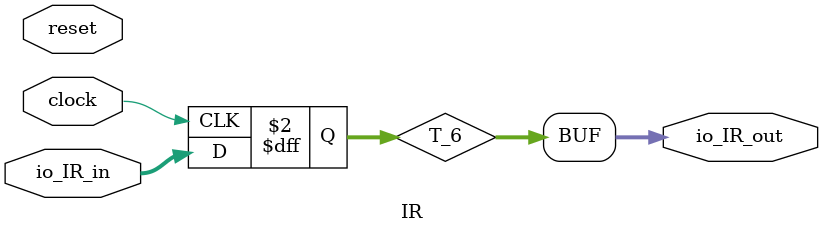
<source format=v>
`ifdef RANDOMIZE_GARBAGE_ASSIGN
`define RANDOMIZE
`endif
`ifdef RANDOMIZE_INVALID_ASSIGN
`define RANDOMIZE
`endif
`ifdef RANDOMIZE_REG_INIT
`define RANDOMIZE
`endif
`ifdef RANDOMIZE_MEM_INIT
`define RANDOMIZE
`endif

module IR(
  input   clock,
  input   reset,
  input  [31:0] io_IR_in,
  output [31:0] io_IR_out
);
  reg [31:0] T_6;
  reg [31:0] GEN_0;
  assign io_IR_out = T_6;
`ifdef RANDOMIZE
  integer initvar;
  initial begin
    `ifndef verilator
      #0.002 begin end
    `endif
  `ifdef RANDOMIZE_REG_INIT
  GEN_0 = {1{$random}};
  T_6 = GEN_0[31:0];
  `endif
  end
`endif
  always @(posedge clock) begin
    T_6 <= io_IR_in;
  end
endmodule

</source>
